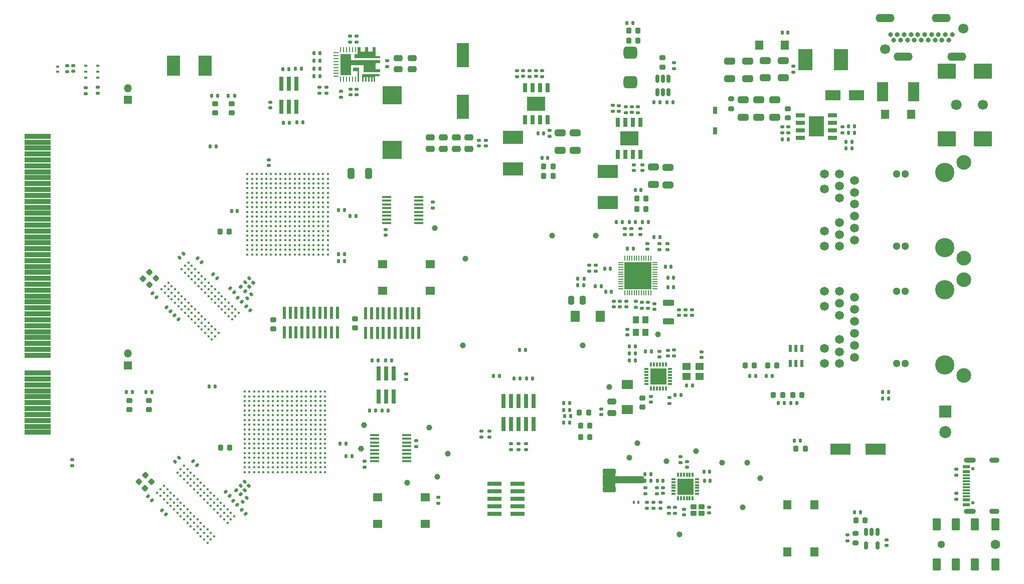
<source format=gbr>
%TF.GenerationSoftware,KiCad,Pcbnew,8.0.8*%
%TF.CreationDate,2025-02-03T01:07:07+01:00*%
%TF.ProjectId,RASBB,52415342-422e-46b6-9963-61645f706362,01*%
%TF.SameCoordinates,Original*%
%TF.FileFunction,Soldermask,Top*%
%TF.FilePolarity,Negative*%
%FSLAX46Y46*%
G04 Gerber Fmt 4.6, Leading zero omitted, Abs format (unit mm)*
G04 Created by KiCad (PCBNEW 8.0.8) date 2025-02-03 01:07:07*
%MOMM*%
%LPD*%
G01*
G04 APERTURE LIST*
G04 Aperture macros list*
%AMRoundRect*
0 Rectangle with rounded corners*
0 $1 Rounding radius*
0 $2 $3 $4 $5 $6 $7 $8 $9 X,Y pos of 4 corners*
0 Add a 4 corners polygon primitive as box body*
4,1,4,$2,$3,$4,$5,$6,$7,$8,$9,$2,$3,0*
0 Add four circle primitives for the rounded corners*
1,1,$1+$1,$2,$3*
1,1,$1+$1,$4,$5*
1,1,$1+$1,$6,$7*
1,1,$1+$1,$8,$9*
0 Add four rect primitives between the rounded corners*
20,1,$1+$1,$2,$3,$4,$5,0*
20,1,$1+$1,$4,$5,$6,$7,0*
20,1,$1+$1,$6,$7,$8,$9,0*
20,1,$1+$1,$8,$9,$2,$3,0*%
%AMFreePoly0*
4,1,17,0.922187,-3.271517,0.249087,-3.271517,0.249087,-2.755897,-0.909153,-2.755897,-0.909153,-2.247897,-0.187793,-2.247897,-0.187793,-1.503677,-0.909153,-1.503677,-0.909153,-0.995677,-0.187793,-0.995677,-0.187793,-0.253997,-0.909153,-0.253997,-0.909153,0.254003,0.617387,0.254003,0.617387,1.010923,0.922187,1.010923,0.922187,-3.271517,0.922187,-3.271517,$1*%
%AMFreePoly1*
4,1,7,1.009154,-0.126998,-0.784086,-0.126998,-0.784086,-0.939798,-1.393686,-0.939798,-1.393686,0.127002,1.009154,0.127002,1.009154,-0.126998,1.009154,-0.126998,$1*%
%AMFreePoly2*
4,1,24,-0.548640,0.127000,-0.406400,0.127000,0.406400,0.127000,0.406400,-0.127000,-0.299720,-0.127000,-0.299720,-0.373380,0.406400,-0.373380,0.406400,-0.627380,-0.299720,-0.627380,-0.299720,-0.873760,0.406400,-0.873760,0.406400,-1.127760,-0.299720,-1.127760,-0.299720,-1.374140,0.406400,-1.374140,0.406400,-1.628140,-0.299720,-1.628140,-0.299720,-1.871980,0.406400,-1.871980,0.406400,-2.125980,
-0.853440,-2.125980,-0.853440,0.886460,-0.548640,0.886460,-0.548640,0.127000,-0.548640,0.127000,$1*%
%AMFreePoly3*
4,1,15,-1.240280,0.393900,3.641600,0.393900,3.641600,-0.114100,2.884680,-0.114100,2.884680,-1.076760,3.641600,-1.076760,3.641600,-1.584760,0.839980,-1.584760,0.839980,-0.436680,-1.240280,-0.436680,-1.240280,-2.082600,-3.018280,-2.082600,-3.018280,1.422600,-1.240280,1.422600,-1.240280,0.393900,-1.240280,0.393900,$1*%
G04 Aperture macros list end*
%ADD10RoundRect,0.135000X-0.135000X-0.185000X0.135000X-0.185000X0.135000X0.185000X-0.135000X0.185000X0*%
%ADD11RoundRect,0.140000X-0.170000X0.140000X-0.170000X-0.140000X0.170000X-0.140000X0.170000X0.140000X0*%
%ADD12R,1.350000X1.350000*%
%ADD13O,1.350000X1.350000*%
%ADD14R,1.540600X1.853400*%
%ADD15RoundRect,0.140000X0.170000X-0.140000X0.170000X0.140000X-0.170000X0.140000X-0.170000X-0.140000X0*%
%ADD16RoundRect,0.140000X-0.140000X-0.170000X0.140000X-0.170000X0.140000X0.170000X-0.140000X0.170000X0*%
%ADD17RoundRect,0.140000X0.140000X0.170000X-0.140000X0.170000X-0.140000X-0.170000X0.140000X-0.170000X0*%
%ADD18RoundRect,0.135000X0.135000X0.185000X-0.135000X0.185000X-0.135000X-0.185000X0.135000X-0.185000X0*%
%ADD19R,3.429000X2.235200*%
%ADD20RoundRect,0.140000X0.219203X0.021213X0.021213X0.219203X-0.219203X-0.021213X-0.021213X-0.219203X0*%
%ADD21RoundRect,0.218750X0.218750X0.256250X-0.218750X0.256250X-0.218750X-0.256250X0.218750X-0.256250X0*%
%ADD22RoundRect,0.140000X0.021213X-0.219203X0.219203X-0.021213X-0.021213X0.219203X-0.219203X0.021213X0*%
%ADD23RoundRect,0.135000X-0.185000X0.135000X-0.185000X-0.135000X0.185000X-0.135000X0.185000X0.135000X0*%
%ADD24R,2.025000X2.025000*%
%ADD25C,2.025000*%
%ADD26R,3.200000X3.050000*%
%ADD27RoundRect,0.135000X0.185000X-0.135000X0.185000X0.135000X-0.185000X0.135000X-0.185000X-0.135000X0*%
%ADD28RoundRect,0.250000X0.650000X-0.325000X0.650000X0.325000X-0.650000X0.325000X-0.650000X-0.325000X0*%
%ADD29RoundRect,0.250000X0.275000X0.250000X-0.275000X0.250000X-0.275000X-0.250000X0.275000X-0.250000X0*%
%ADD30RoundRect,0.250000X0.850000X0.275000X-0.850000X0.275000X-0.850000X-0.275000X0.850000X-0.275000X0*%
%ADD31RoundRect,0.225000X0.225000X0.250000X-0.225000X0.250000X-0.225000X-0.250000X0.225000X-0.250000X0*%
%ADD32RoundRect,0.225000X-0.250000X0.225000X-0.250000X-0.225000X0.250000X-0.225000X0.250000X0.225000X0*%
%ADD33C,1.000000*%
%ADD34RoundRect,0.140000X-0.219203X-0.021213X-0.021213X-0.219203X0.219203X0.021213X0.021213X0.219203X0*%
%ADD35RoundRect,0.218750X0.256250X-0.218750X0.256250X0.218750X-0.256250X0.218750X-0.256250X-0.218750X0*%
%ADD36RoundRect,0.250000X-0.475000X0.250000X-0.475000X-0.250000X0.475000X-0.250000X0.475000X0.250000X0*%
%ADD37R,2.400000X0.740000*%
%ADD38R,0.740000X2.400000*%
%ADD39R,1.400000X1.200000*%
%ADD40RoundRect,0.225000X0.250000X-0.225000X0.250000X0.225000X-0.250000X0.225000X-0.250000X-0.225000X0*%
%ADD41R,0.500000X2.000000*%
%ADD42RoundRect,0.140000X-0.021213X0.219203X-0.219203X0.021213X0.021213X-0.219203X0.219203X-0.021213X0*%
%ADD43C,0.410000*%
%ADD44C,1.700000*%
%ADD45C,1.800000*%
%ADD46RoundRect,0.102000X1.400000X1.200000X-1.400000X1.200000X-1.400000X-1.200000X1.400000X-1.200000X0*%
%ADD47R,0.550000X0.400000*%
%ADD48RoundRect,0.150000X0.150000X-0.512500X0.150000X0.512500X-0.150000X0.512500X-0.150000X-0.512500X0*%
%ADD49RoundRect,0.250000X0.475000X-0.250000X0.475000X0.250000X-0.475000X0.250000X-0.475000X-0.250000X0*%
%ADD50RoundRect,0.225000X0.017678X-0.335876X0.335876X-0.017678X-0.017678X0.335876X-0.335876X0.017678X0*%
%ADD51R,1.853400X1.540600*%
%ADD52C,0.426000*%
%ADD53C,3.250000*%
%ADD54C,1.509000*%
%ADD55C,1.300000*%
%ADD56C,2.475000*%
%ADD57RoundRect,0.225000X-0.225000X-0.250000X0.225000X-0.250000X0.225000X0.250000X-0.225000X0.250000X0*%
%ADD58R,1.522000X0.700000*%
%ADD59R,2.500000X3.500000*%
%ADD60R,1.600000X1.400000*%
%ADD61RoundRect,0.250000X-0.250000X-0.475000X0.250000X-0.475000X0.250000X0.475000X-0.250000X0.475000X0*%
%ADD62RoundRect,0.135000X0.226274X0.035355X0.035355X0.226274X-0.226274X-0.035355X-0.035355X-0.226274X0*%
%ADD63RoundRect,0.250000X-0.650000X0.325000X-0.650000X-0.325000X0.650000X-0.325000X0.650000X0.325000X0*%
%ADD64R,0.650000X1.525000*%
%ADD65R,3.100000X2.400000*%
%ADD66R,0.800000X0.300000*%
%ADD67R,0.300000X0.800000*%
%ADD68R,2.700000X2.700000*%
%ADD69R,0.400000X0.500000*%
%ADD70R,3.350000X1.850000*%
%ADD71RoundRect,0.050000X0.890000X1.575000X-0.890000X1.575000X-0.890000X-1.575000X0.890000X-1.575000X0*%
%ADD72R,2.000000X4.100000*%
%ADD73RoundRect,0.147500X0.147500X0.172500X-0.147500X0.172500X-0.147500X-0.172500X0.147500X-0.172500X0*%
%ADD74RoundRect,0.225000X0.275000X0.225000X-0.275000X0.225000X-0.275000X-0.225000X0.275000X-0.225000X0*%
%ADD75RoundRect,0.135000X0.035355X-0.226274X0.226274X-0.035355X-0.035355X0.226274X-0.226274X0.035355X0*%
%ADD76R,1.528000X0.435000*%
%ADD77R,2.500000X1.700000*%
%ADD78R,1.400000X1.600000*%
%ADD79FreePoly0,270.000000*%
%ADD80R,0.254000X0.812800*%
%ADD81R,0.812800X0.254000*%
%ADD82FreePoly1,270.000000*%
%ADD83FreePoly2,270.000000*%
%ADD84FreePoly3,0.000000*%
%ADD85RoundRect,0.525000X0.625000X-0.525000X0.625000X0.525000X-0.625000X0.525000X-0.625000X-0.525000X0*%
%ADD86R,2.235200X3.429000*%
%ADD87RoundRect,0.150000X-0.150000X0.512500X-0.150000X-0.512500X0.150000X-0.512500X0.150000X0.512500X0*%
%ADD88R,0.500000X0.400000*%
%ADD89RoundRect,0.200000X0.275000X-0.200000X0.275000X0.200000X-0.275000X0.200000X-0.275000X-0.200000X0*%
%ADD90RoundRect,0.250000X-0.325000X-0.650000X0.325000X-0.650000X0.325000X0.650000X-0.325000X0.650000X0*%
%ADD91C,0.600000*%
%ADD92R,1.160000X0.600000*%
%ADD93R,1.160000X0.300000*%
%ADD94O,2.000000X0.900000*%
%ADD95O,1.700000X0.900000*%
%ADD96R,1.100000X1.300000*%
%ADD97R,0.812800X0.203200*%
%ADD98R,0.203200X0.812800*%
%ADD99R,4.648200X4.648200*%
%ADD100R,0.800000X1.150000*%
%ADD101R,0.600000X1.150000*%
%ADD102R,1.450000X1.490000*%
%ADD103RoundRect,0.250000X0.700000X-0.275000X0.700000X0.275000X-0.700000X0.275000X-0.700000X-0.275000X0*%
%ADD104RoundRect,0.200000X-0.275000X0.200000X-0.275000X-0.200000X0.275000X-0.200000X0.275000X0.200000X0*%
%ADD105C,1.600000*%
%ADD106RoundRect,0.102000X0.550000X0.875000X-0.550000X0.875000X-0.550000X-0.875000X0.550000X-0.875000X0*%
%ADD107RoundRect,0.050000X1.175000X1.750000X-1.175000X1.750000X-1.175000X-1.750000X1.175000X-1.750000X0*%
%ADD108C,0.800000*%
%ADD109O,3.200000X1.400000*%
%ADD110RoundRect,0.102000X2.100000X-0.350000X2.100000X0.350000X-2.100000X0.350000X-2.100000X-0.350000X0*%
G04 APERTURE END LIST*
%TO.C,J11*%
G36*
X203875000Y-115780000D02*
G01*
X201785000Y-115780000D01*
X201785000Y-113900000D01*
X203875000Y-113900000D01*
X203875000Y-115780000D01*
G37*
%TD*%
D10*
%TO.C,R110*%
X195190000Y-102950000D03*
X196210000Y-102950000D03*
%TD*%
D11*
%TO.C,C41*%
X190465000Y-45640192D03*
X190465000Y-46600192D03*
%TD*%
D12*
%TO.C,J18*%
X121550000Y-95410000D03*
D13*
X121550000Y-93410000D03*
%TD*%
D14*
%TO.C,L8*%
X201324200Y-87080000D03*
X197065800Y-87080000D03*
%TD*%
D15*
%TO.C,C65*%
X215710000Y-86955000D03*
X215710000Y-85995000D03*
%TD*%
D11*
%TO.C,C55*%
X180875000Y-57370000D03*
X180875000Y-58330000D03*
%TD*%
D16*
%TO.C,C35*%
X190800000Y-56200000D03*
X191760000Y-56200000D03*
%TD*%
D10*
%TO.C,R167*%
X135290000Y-99000000D03*
X136310000Y-99000000D03*
%TD*%
D17*
%TO.C,C363*%
X206900000Y-75660000D03*
X205940000Y-75660000D03*
%TD*%
D11*
%TO.C,C151*%
X212950000Y-119400000D03*
X212950000Y-120360000D03*
%TD*%
%TO.C,C149*%
X215450000Y-119720000D03*
X215450000Y-120680000D03*
%TD*%
D16*
%TO.C,C361*%
X212770000Y-80580000D03*
X213730000Y-80580000D03*
%TD*%
D18*
%TO.C,R154*%
X148780000Y-45350000D03*
X147760000Y-45350000D03*
%TD*%
D19*
%TO.C,L6*%
X202600000Y-67934300D03*
X202600000Y-62625700D03*
%TD*%
D20*
%TO.C,C105*%
X128048128Y-120569753D03*
X127369306Y-119890931D03*
%TD*%
D11*
%TO.C,C145*%
X219725000Y-119345000D03*
X219725000Y-120305000D03*
%TD*%
D21*
%TO.C,D8*%
X199575000Y-105600000D03*
X198000000Y-105600000D03*
%TD*%
D10*
%TO.C,R56*%
X124640000Y-99925000D03*
X125660000Y-99925000D03*
%TD*%
D22*
%TO.C,C84*%
X141360589Y-81389411D03*
X142039411Y-80710589D03*
%TD*%
D23*
%TO.C,R41*%
X187275000Y-45590192D03*
X187275000Y-46610192D03*
%TD*%
D16*
%TO.C,C357*%
X212730000Y-82220000D03*
X213690000Y-82220000D03*
%TD*%
D24*
%TO.C,J9*%
X259580000Y-103160000D03*
D25*
X259580000Y-106660000D03*
%TD*%
D26*
%TO.C,L3*%
X166200000Y-49800000D03*
X166200000Y-59000000D03*
%TD*%
D20*
%TO.C,C103*%
X133298128Y-112269753D03*
X132619306Y-111590931D03*
%TD*%
D11*
%TO.C,C150*%
X213970000Y-119400000D03*
X213970000Y-120360000D03*
%TD*%
D16*
%TO.C,C159*%
X206850000Y-114840000D03*
X207810000Y-114840000D03*
%TD*%
D27*
%TO.C,R44*%
X160200000Y-40810000D03*
X160200000Y-39790000D03*
%TD*%
D28*
%TO.C,C5*%
X228101250Y-53505000D03*
X228101250Y-50555000D03*
%TD*%
D29*
%TO.C,J11*%
X204410000Y-114840000D03*
D30*
X202885000Y-116315000D03*
X202885000Y-113365000D03*
%TD*%
D31*
%TO.C,C45*%
X207675000Y-38890000D03*
X206125000Y-38890000D03*
%TD*%
%TO.C,C54*%
X193350000Y-63430000D03*
X191800000Y-63430000D03*
%TD*%
D27*
%TO.C,R30*%
X242210000Y-56120000D03*
X242210000Y-55100000D03*
%TD*%
D15*
%TO.C,C146*%
X209170000Y-119510000D03*
X209170000Y-118550000D03*
%TD*%
D16*
%TO.C,C8*%
X243270000Y-55040000D03*
X244230000Y-55040000D03*
%TD*%
D32*
%TO.C,C175*%
X208490000Y-100915000D03*
X208490000Y-102465000D03*
%TD*%
D11*
%TO.C,C30*%
X188285000Y-45640192D03*
X188285000Y-46600192D03*
%TD*%
D10*
%TO.C,R71*%
X249025000Y-99870000D03*
X250045000Y-99870000D03*
%TD*%
%TO.C,R5*%
X135755000Y-49900000D03*
X136775000Y-49900000D03*
%TD*%
D19*
%TO.C,L5*%
X186600000Y-62200000D03*
X186600000Y-56891400D03*
%TD*%
D33*
%TO.C,TP3*%
X202850000Y-99050000D03*
%TD*%
D34*
%TO.C,C88*%
X125710589Y-83210589D03*
X126389411Y-83889411D03*
%TD*%
D31*
%TO.C,C57*%
X193350000Y-61800000D03*
X191800000Y-61800000D03*
%TD*%
D35*
%TO.C,D16*%
X121865000Y-102882500D03*
X121865000Y-101307500D03*
%TD*%
D36*
%TO.C,C354*%
X169590000Y-43500000D03*
X169590000Y-45400000D03*
%TD*%
D37*
%TO.C,J8*%
X183500000Y-115410000D03*
X187400000Y-115410000D03*
X183500000Y-116680000D03*
X187400000Y-116680000D03*
X183500000Y-117950000D03*
X187400000Y-117950000D03*
X183500000Y-119220000D03*
X187400000Y-119220000D03*
X183500000Y-120490000D03*
X187400000Y-120490000D03*
%TD*%
D38*
%TO.C,J13*%
X150070000Y-47850000D03*
X150070000Y-51750000D03*
X148800000Y-47850000D03*
X148800000Y-51750000D03*
X147530000Y-47850000D03*
X147530000Y-51750000D03*
%TD*%
D18*
%TO.C,R46*%
X213640000Y-50947500D03*
X212620000Y-50947500D03*
%TD*%
D34*
%TO.C,C94*%
X140110589Y-83960589D03*
X140789411Y-84639411D03*
%TD*%
D39*
%TO.C,Y3*%
X218100000Y-95580000D03*
X215900000Y-95580000D03*
X215900000Y-97280000D03*
X218100000Y-97280000D03*
%TD*%
D40*
%TO.C,C125*%
X146140000Y-89215000D03*
X146140000Y-87665000D03*
%TD*%
D34*
%TO.C,C116*%
X140819306Y-119790931D03*
X141498128Y-120469753D03*
%TD*%
D41*
%TO.C,J5*%
X147980000Y-89820000D03*
X147980000Y-86520000D03*
X148980000Y-89820000D03*
X148980000Y-86520000D03*
X149980000Y-89820000D03*
X149980000Y-86520000D03*
X150980000Y-89820000D03*
X150980000Y-86520000D03*
X151980000Y-89820000D03*
X151980000Y-86520000D03*
X152980000Y-89820000D03*
X152980000Y-86520000D03*
X153980000Y-89820000D03*
X153980000Y-86520000D03*
X154980000Y-89820000D03*
X154980000Y-86520000D03*
X155980000Y-89820000D03*
X155980000Y-86520000D03*
X156980000Y-89820000D03*
X156980000Y-86520000D03*
%TD*%
D33*
%TO.C,TP13*%
X225400000Y-119350000D03*
%TD*%
D31*
%TO.C,C179*%
X232125000Y-100400000D03*
X230575000Y-100400000D03*
%TD*%
D15*
%TO.C,C71*%
X205900000Y-90280000D03*
X205900000Y-89320000D03*
%TD*%
D42*
%TO.C,C95*%
X142389411Y-83410589D03*
X141710589Y-84089411D03*
%TD*%
D23*
%TO.C,R28*%
X232072777Y-55130000D03*
X232072777Y-56150000D03*
%TD*%
D10*
%TO.C,R58*%
X208460000Y-71220000D03*
X209480000Y-71220000D03*
%TD*%
D11*
%TO.C,C204*%
X145600000Y-50940000D03*
X145600000Y-51900000D03*
%TD*%
D16*
%TO.C,C51*%
X207250000Y-65810000D03*
X208210000Y-65810000D03*
%TD*%
D23*
%TO.C,R118*%
X116510000Y-48430000D03*
X116510000Y-49450000D03*
%TD*%
D10*
%TO.C,R153*%
X150080000Y-54360000D03*
X151100000Y-54360000D03*
%TD*%
D43*
%TO.C,U10*%
X141750000Y-63080000D03*
X142550000Y-63080000D03*
X143350000Y-63080000D03*
X144150000Y-63080000D03*
X144950000Y-63080000D03*
X145750000Y-63080000D03*
X146550000Y-63080000D03*
X147350000Y-63080000D03*
X148150000Y-63080000D03*
X148950000Y-63080000D03*
X149750000Y-63080000D03*
X150550000Y-63080000D03*
X151350000Y-63080000D03*
X152150000Y-63080000D03*
X152950000Y-63080000D03*
X153750000Y-63080000D03*
X154550000Y-63080000D03*
X155350000Y-63080000D03*
X141750000Y-63880000D03*
X142550000Y-63880000D03*
X143350000Y-63880000D03*
X144150000Y-63880000D03*
X144950000Y-63880000D03*
X145750000Y-63880000D03*
X146550000Y-63880000D03*
X147350000Y-63880000D03*
X148150000Y-63880000D03*
X148950000Y-63880000D03*
X149750000Y-63880000D03*
X150550000Y-63880000D03*
X151350000Y-63880000D03*
X152150000Y-63880000D03*
X152950000Y-63880000D03*
X153750000Y-63880000D03*
X154550000Y-63880000D03*
X155350000Y-63880000D03*
X141750000Y-64680000D03*
X142550000Y-64680000D03*
X143350000Y-64680000D03*
X144150000Y-64680000D03*
X144950000Y-64680000D03*
X145750000Y-64680000D03*
X146550000Y-64680000D03*
X147350000Y-64680000D03*
X148150000Y-64680000D03*
X148950000Y-64680000D03*
X149750000Y-64680000D03*
X150550000Y-64680000D03*
X151350000Y-64680000D03*
X152150000Y-64680000D03*
X152950000Y-64680000D03*
X153750000Y-64680000D03*
X154550000Y-64680000D03*
X155350000Y-64680000D03*
X141750000Y-65480000D03*
X142550000Y-65480000D03*
X143350000Y-65480000D03*
X144150000Y-65480000D03*
X144950000Y-65480000D03*
X145750000Y-65480000D03*
X146550000Y-65480000D03*
X147350000Y-65480000D03*
X148150000Y-65480000D03*
X148950000Y-65480000D03*
X149750000Y-65480000D03*
X150550000Y-65480000D03*
X151350000Y-65480000D03*
X152150000Y-65480000D03*
X152950000Y-65480000D03*
X153750000Y-65480000D03*
X154550000Y-65480000D03*
X155350000Y-65480000D03*
X141750000Y-66280000D03*
X142550000Y-66280000D03*
X143350000Y-66280000D03*
X144150000Y-66280000D03*
X144950000Y-66280000D03*
X145750000Y-66280000D03*
X146550000Y-66280000D03*
X147350000Y-66280000D03*
X148150000Y-66280000D03*
X148950000Y-66280000D03*
X149750000Y-66280000D03*
X150550000Y-66280000D03*
X151350000Y-66280000D03*
X152150000Y-66280000D03*
X152950000Y-66280000D03*
X153750000Y-66280000D03*
X154550000Y-66280000D03*
X155350000Y-66280000D03*
X141750000Y-67080000D03*
X142550000Y-67080000D03*
X143350000Y-67080000D03*
X144150000Y-67080000D03*
X144950000Y-67080000D03*
X145750000Y-67080000D03*
X146550000Y-67080000D03*
X147350000Y-67080000D03*
X148150000Y-67080000D03*
X148950000Y-67080000D03*
X149750000Y-67080000D03*
X150550000Y-67080000D03*
X151350000Y-67080000D03*
X152150000Y-67080000D03*
X152950000Y-67080000D03*
X153750000Y-67080000D03*
X154550000Y-67080000D03*
X155350000Y-67080000D03*
X141750000Y-67880000D03*
X142550000Y-67880000D03*
X143350000Y-67880000D03*
X144150000Y-67880000D03*
X144950000Y-67880000D03*
X145750000Y-67880000D03*
X146550000Y-67880000D03*
X147350000Y-67880000D03*
X148150000Y-67880000D03*
X148950000Y-67880000D03*
X149750000Y-67880000D03*
X150550000Y-67880000D03*
X151350000Y-67880000D03*
X152150000Y-67880000D03*
X152950000Y-67880000D03*
X153750000Y-67880000D03*
X154550000Y-67880000D03*
X155350000Y-67880000D03*
X141750000Y-68680000D03*
X142550000Y-68680000D03*
X143350000Y-68680000D03*
X144150000Y-68680000D03*
X144950000Y-68680000D03*
X145750000Y-68680000D03*
X146550000Y-68680000D03*
X147350000Y-68680000D03*
X148150000Y-68680000D03*
X148950000Y-68680000D03*
X149750000Y-68680000D03*
X150550000Y-68680000D03*
X151350000Y-68680000D03*
X152150000Y-68680000D03*
X152950000Y-68680000D03*
X153750000Y-68680000D03*
X154550000Y-68680000D03*
X155350000Y-68680000D03*
X141750000Y-69480000D03*
X142550000Y-69480000D03*
X143350000Y-69480000D03*
X144150000Y-69480000D03*
X144950000Y-69480000D03*
X145750000Y-69480000D03*
X146550000Y-69480000D03*
X147350000Y-69480000D03*
X148150000Y-69480000D03*
X148950000Y-69480000D03*
X149750000Y-69480000D03*
X150550000Y-69480000D03*
X151350000Y-69480000D03*
X152150000Y-69480000D03*
X152950000Y-69480000D03*
X153750000Y-69480000D03*
X154550000Y-69480000D03*
X155350000Y-69480000D03*
X141750000Y-70280000D03*
X142550000Y-70280000D03*
X143350000Y-70280000D03*
X144150000Y-70280000D03*
X144950000Y-70280000D03*
X145750000Y-70280000D03*
X146550000Y-70280000D03*
X147350000Y-70280000D03*
X148150000Y-70280000D03*
X148950000Y-70280000D03*
X149750000Y-70280000D03*
X150550000Y-70280000D03*
X151350000Y-70280000D03*
X152150000Y-70280000D03*
X152950000Y-70280000D03*
X153750000Y-70280000D03*
X154550000Y-70280000D03*
X155350000Y-70280000D03*
X141750000Y-71080000D03*
X142550000Y-71080000D03*
X143350000Y-71080000D03*
X144150000Y-71080000D03*
X144950000Y-71080000D03*
X145750000Y-71080000D03*
X146550000Y-71080000D03*
X147350000Y-71080000D03*
X148150000Y-71080000D03*
X148950000Y-71080000D03*
X149750000Y-71080000D03*
X150550000Y-71080000D03*
X151350000Y-71080000D03*
X152150000Y-71080000D03*
X152950000Y-71080000D03*
X153750000Y-71080000D03*
X154550000Y-71080000D03*
X155350000Y-71080000D03*
X141750000Y-71880000D03*
X142550000Y-71880000D03*
X143350000Y-71880000D03*
X144150000Y-71880000D03*
X144950000Y-71880000D03*
X145750000Y-71880000D03*
X146550000Y-71880000D03*
X147350000Y-71880000D03*
X148150000Y-71880000D03*
X148950000Y-71880000D03*
X149750000Y-71880000D03*
X150550000Y-71880000D03*
X151350000Y-71880000D03*
X152150000Y-71880000D03*
X152950000Y-71880000D03*
X153750000Y-71880000D03*
X154550000Y-71880000D03*
X155350000Y-71880000D03*
X141750000Y-72680000D03*
X142550000Y-72680000D03*
X143350000Y-72680000D03*
X144150000Y-72680000D03*
X144950000Y-72680000D03*
X145750000Y-72680000D03*
X146550000Y-72680000D03*
X147350000Y-72680000D03*
X148150000Y-72680000D03*
X148950000Y-72680000D03*
X149750000Y-72680000D03*
X150550000Y-72680000D03*
X151350000Y-72680000D03*
X152150000Y-72680000D03*
X152950000Y-72680000D03*
X153750000Y-72680000D03*
X154550000Y-72680000D03*
X155350000Y-72680000D03*
X141750000Y-73480000D03*
X142550000Y-73480000D03*
X143350000Y-73480000D03*
X144150000Y-73480000D03*
X144950000Y-73480000D03*
X145750000Y-73480000D03*
X146550000Y-73480000D03*
X147350000Y-73480000D03*
X148150000Y-73480000D03*
X148950000Y-73480000D03*
X149750000Y-73480000D03*
X150550000Y-73480000D03*
X151350000Y-73480000D03*
X152150000Y-73480000D03*
X152950000Y-73480000D03*
X153750000Y-73480000D03*
X154550000Y-73480000D03*
X155350000Y-73480000D03*
X141750000Y-74280000D03*
X142550000Y-74280000D03*
X143350000Y-74280000D03*
X144150000Y-74280000D03*
X144950000Y-74280000D03*
X145750000Y-74280000D03*
X146550000Y-74280000D03*
X147350000Y-74280000D03*
X148150000Y-74280000D03*
X148950000Y-74280000D03*
X149750000Y-74280000D03*
X150550000Y-74280000D03*
X151350000Y-74280000D03*
X152150000Y-74280000D03*
X152950000Y-74280000D03*
X153750000Y-74280000D03*
X154550000Y-74280000D03*
X155350000Y-74280000D03*
X141750000Y-75080000D03*
X142550000Y-75080000D03*
X143350000Y-75080000D03*
X144150000Y-75080000D03*
X144950000Y-75080000D03*
X145750000Y-75080000D03*
X146550000Y-75080000D03*
X147350000Y-75080000D03*
X148150000Y-75080000D03*
X148950000Y-75080000D03*
X149750000Y-75080000D03*
X150550000Y-75080000D03*
X151350000Y-75080000D03*
X152150000Y-75080000D03*
X152950000Y-75080000D03*
X153750000Y-75080000D03*
X154550000Y-75080000D03*
X155350000Y-75080000D03*
X141750000Y-75880000D03*
X142550000Y-75880000D03*
X143350000Y-75880000D03*
X144150000Y-75880000D03*
X144950000Y-75880000D03*
X145750000Y-75880000D03*
X146550000Y-75880000D03*
X147350000Y-75880000D03*
X148150000Y-75880000D03*
X148950000Y-75880000D03*
X149750000Y-75880000D03*
X150550000Y-75880000D03*
X151350000Y-75880000D03*
X152150000Y-75880000D03*
X152950000Y-75880000D03*
X153750000Y-75880000D03*
X154550000Y-75880000D03*
X155350000Y-75880000D03*
X141750000Y-76680000D03*
X142550000Y-76680000D03*
X143350000Y-76680000D03*
X144150000Y-76680000D03*
X144950000Y-76680000D03*
X145750000Y-76680000D03*
X146550000Y-76680000D03*
X147350000Y-76680000D03*
X148150000Y-76680000D03*
X148950000Y-76680000D03*
X149750000Y-76680000D03*
X150550000Y-76680000D03*
X151350000Y-76680000D03*
X152150000Y-76680000D03*
X152950000Y-76680000D03*
X153750000Y-76680000D03*
X154550000Y-76680000D03*
X155350000Y-76680000D03*
%TD*%
D23*
%TO.C,R111*%
X181230000Y-106490000D03*
X181230000Y-107510000D03*
%TD*%
D15*
%TO.C,C147*%
X210330000Y-119510000D03*
X210330000Y-118550000D03*
%TD*%
D33*
%TO.C,TP7*%
X212550000Y-111550000D03*
%TD*%
D44*
%TO.C,J1*%
X265945000Y-51410000D03*
D45*
X261445000Y-51410000D03*
D46*
X259845000Y-57110000D03*
X265945000Y-57110000D03*
X265945000Y-45710000D03*
X259845000Y-45710000D03*
%TD*%
D27*
%TO.C,R29*%
X233119721Y-56150000D03*
X233119721Y-55130000D03*
%TD*%
D11*
%TO.C,C352*%
X209375000Y-84770000D03*
X209375000Y-85730000D03*
%TD*%
D23*
%TO.C,R77*%
X199495000Y-78495000D03*
X199495000Y-79515000D03*
%TD*%
D38*
%TO.C,J10*%
X185020000Y-105310000D03*
X185020000Y-101410000D03*
X186290000Y-105310000D03*
X186290000Y-101410000D03*
X187560000Y-105310000D03*
X187560000Y-101410000D03*
X188830000Y-105310000D03*
X188830000Y-101410000D03*
X190100000Y-105310000D03*
X190100000Y-101410000D03*
%TD*%
D34*
%TO.C,C111*%
X124969306Y-117540931D03*
X125648128Y-118219753D03*
%TD*%
D33*
%TO.C,TP16*%
X161500000Y-105500000D03*
%TD*%
D23*
%TO.C,R65*%
X206585000Y-72300000D03*
X206585000Y-73320000D03*
%TD*%
D10*
%TO.C,R1*%
X159060000Y-70170000D03*
X160080000Y-70170000D03*
%TD*%
D31*
%TO.C,C166*%
X246050000Y-121550000D03*
X244500000Y-121550000D03*
%TD*%
D47*
%TO.C,U7*%
X114500000Y-44800000D03*
X114500000Y-45800000D03*
X114500000Y-46800000D03*
X116500000Y-46800000D03*
X116500000Y-45800000D03*
X116500000Y-44800000D03*
%TD*%
D23*
%TO.C,R52*%
X207700000Y-51690000D03*
X207700000Y-52710000D03*
%TD*%
D10*
%TO.C,R39*%
X153000000Y-45260000D03*
X154020000Y-45260000D03*
%TD*%
D31*
%TO.C,C56*%
X209075000Y-69000000D03*
X207525000Y-69000000D03*
%TD*%
D11*
%TO.C,C72*%
X210450000Y-84995000D03*
X210450000Y-85955000D03*
%TD*%
D35*
%TO.C,D13*%
X136275000Y-52775000D03*
X136275000Y-51199998D03*
%TD*%
D10*
%TO.C,R69*%
X206210000Y-92200000D03*
X207230000Y-92200000D03*
%TD*%
%TO.C,R152*%
X149830000Y-45320000D03*
X150850000Y-45320000D03*
%TD*%
D15*
%TO.C,C66*%
X213780000Y-93780000D03*
X213780000Y-92820000D03*
%TD*%
D23*
%TO.C,R115*%
X188820000Y-108610000D03*
X188820000Y-109630000D03*
%TD*%
D48*
%TO.C,U4*%
X210960000Y-49297500D03*
X211910000Y-49297500D03*
X212860000Y-49297500D03*
X212860000Y-47022500D03*
X211910000Y-47022500D03*
X210960000Y-47022500D03*
%TD*%
D27*
%TO.C,R51*%
X205690000Y-52710000D03*
X205690000Y-51690000D03*
%TD*%
D18*
%TO.C,R62*%
X205070000Y-71220000D03*
X204050000Y-71220000D03*
%TD*%
D49*
%TO.C,C170*%
X203250000Y-103430000D03*
X203250000Y-101530000D03*
%TD*%
D16*
%TO.C,C244*%
X157160000Y-76620000D03*
X158120000Y-76620000D03*
%TD*%
D17*
%TO.C,C157*%
X209860000Y-113760000D03*
X208900000Y-113760000D03*
%TD*%
D21*
%TO.C,D9*%
X199387501Y-103400000D03*
X197812499Y-103400000D03*
%TD*%
D18*
%TO.C,R45*%
X211420000Y-50957500D03*
X210400000Y-50957500D03*
%TD*%
D15*
%TO.C,C173*%
X211370000Y-94000000D03*
X211370000Y-93040000D03*
%TD*%
D33*
%TO.C,TP14*%
X214750000Y-123950000D03*
%TD*%
D10*
%TO.C,R38*%
X153000000Y-46550000D03*
X154020000Y-46550000D03*
%TD*%
D50*
%TO.C,C121*%
X124460709Y-116128350D03*
X125556725Y-115032334D03*
%TD*%
D18*
%TO.C,R6*%
X159410000Y-110700000D03*
X158390000Y-110700000D03*
%TD*%
D17*
%TO.C,C265*%
X140070000Y-69360000D03*
X139110000Y-69360000D03*
%TD*%
D23*
%TO.C,R107*%
X200550000Y-78490001D03*
X200550000Y-79509999D03*
%TD*%
D11*
%TO.C,C364*%
X204660000Y-84550000D03*
X204660000Y-85510000D03*
%TD*%
%TO.C,C19*%
X157600000Y-49120000D03*
X157600000Y-50080000D03*
%TD*%
D23*
%TO.C,R112*%
X182660000Y-106480000D03*
X182660000Y-107500000D03*
%TD*%
%TO.C,R116*%
X186280000Y-108610000D03*
X186280000Y-109630000D03*
%TD*%
D20*
%TO.C,C80*%
X134039411Y-77939411D03*
X133360589Y-77260589D03*
%TD*%
D27*
%TO.C,R8*%
X170300000Y-109090000D03*
X170300000Y-108070000D03*
%TD*%
D49*
%TO.C,C46*%
X177000000Y-58800000D03*
X177000000Y-56900000D03*
%TD*%
D11*
%TO.C,C158*%
X208920000Y-116090000D03*
X208920000Y-117050000D03*
%TD*%
D33*
%TO.C,TP23*%
X211075000Y-90150000D03*
%TD*%
D23*
%TO.C,R42*%
X213800000Y-44290000D03*
X213800000Y-45310000D03*
%TD*%
D10*
%TO.C,R142*%
X233490000Y-101800000D03*
X234510000Y-101800000D03*
%TD*%
D11*
%TO.C,C58*%
X165140000Y-72470000D03*
X165140000Y-73430000D03*
%TD*%
D10*
%TO.C,R74*%
X197540000Y-81830000D03*
X198560000Y-81830000D03*
%TD*%
D51*
%TO.C,L11*%
X205920000Y-98592101D03*
X205920000Y-102850501D03*
%TD*%
D52*
%TO.C,IC10*%
X126532330Y-116894291D03*
X127098015Y-116328606D03*
X127663700Y-115762920D03*
X129926442Y-113500178D03*
X130492128Y-112934493D03*
X131057813Y-112368808D03*
X127098015Y-117459976D03*
X127663700Y-116894291D03*
X128229386Y-116328606D03*
X130492128Y-114065864D03*
X131057813Y-113500178D03*
X131623498Y-112934493D03*
X127663700Y-118025662D03*
X128229386Y-117459976D03*
X128795071Y-116894291D03*
X131057813Y-114631549D03*
X131623498Y-114065864D03*
X132189184Y-113500178D03*
X128229386Y-118591347D03*
X128795071Y-118025662D03*
X129360757Y-117459976D03*
X131623498Y-115197235D03*
X132189184Y-114631549D03*
X132754869Y-114065864D03*
X128795071Y-119157033D03*
X129360757Y-118591347D03*
X129926442Y-118025662D03*
X132189184Y-115762920D03*
X132754869Y-115197235D03*
X133320555Y-114631549D03*
X129360757Y-119722718D03*
X129926442Y-119157033D03*
X130492128Y-118591347D03*
X132754869Y-116328606D03*
X133320555Y-115762920D03*
X133886240Y-115197235D03*
X129926442Y-120288404D03*
X130492128Y-119722718D03*
X131057813Y-119157033D03*
X133320555Y-116894291D03*
X133886240Y-116328606D03*
X134451926Y-115762920D03*
X130492128Y-120854089D03*
X131057813Y-120288404D03*
X131623498Y-119722718D03*
X133886240Y-117459976D03*
X134451926Y-116894291D03*
X135017611Y-116328606D03*
X131057813Y-121419774D03*
X131623498Y-120854089D03*
X132189184Y-120288404D03*
X134451926Y-118025662D03*
X135017611Y-117459976D03*
X135583296Y-116894291D03*
X131623498Y-121985460D03*
X132189184Y-121419774D03*
X132754869Y-120854089D03*
X135017611Y-118591347D03*
X135583296Y-118025662D03*
X136148982Y-117459976D03*
X132189184Y-122551145D03*
X132754869Y-121985460D03*
X133320555Y-121419774D03*
X135583296Y-119157033D03*
X136148982Y-118591347D03*
X136714667Y-118025662D03*
X132754869Y-123116831D03*
X133320555Y-122551145D03*
X133886240Y-121985460D03*
X136148982Y-119722718D03*
X136714667Y-119157033D03*
X137280353Y-118591347D03*
X133320555Y-123682516D03*
X133886240Y-123116831D03*
X134451926Y-122551145D03*
X136714667Y-120288404D03*
X137280353Y-119722718D03*
X137846038Y-119157033D03*
X133886240Y-124248202D03*
X134451926Y-123682516D03*
X135017611Y-123116831D03*
X137280353Y-120854089D03*
X137846038Y-120288404D03*
X138411724Y-119722718D03*
X134451926Y-124813887D03*
X135017611Y-124248202D03*
X135583296Y-123682516D03*
X137846038Y-121419774D03*
X138411724Y-120854089D03*
X138977409Y-120288404D03*
X135017611Y-125379572D03*
X135583296Y-124813887D03*
X136148982Y-124248202D03*
X138411724Y-121985460D03*
X138977409Y-121419774D03*
X139543094Y-120854089D03*
%TD*%
D10*
%TO.C,R103*%
X121365000Y-99925000D03*
X122385000Y-99925000D03*
%TD*%
D53*
%TO.C,J14*%
X259505000Y-95355000D03*
X259505000Y-82655000D03*
D54*
X244265000Y-83930000D03*
X244265000Y-85960000D03*
X244265000Y-87990001D03*
X244265000Y-90020000D03*
X244265000Y-92050000D03*
X244265000Y-94080000D03*
X241725000Y-82910000D03*
X241725000Y-84930000D03*
X241725000Y-86970000D03*
X241725000Y-91050000D03*
X241725000Y-93090000D03*
X241725000Y-95100000D03*
X239185000Y-82910001D03*
X239185000Y-85450000D03*
X239185000Y-92560000D03*
X239185000Y-95100000D03*
D55*
X251375000Y-82908000D03*
X251375000Y-95102000D03*
X252845000Y-82908000D03*
X252845000Y-95102000D03*
D56*
X262685000Y-97070000D03*
X262685000Y-80940000D03*
%TD*%
D10*
%TO.C,R121*%
X234105000Y-108135000D03*
X235125000Y-108135000D03*
%TD*%
D15*
%TO.C,C38*%
X182032500Y-58330000D03*
X182032500Y-57370000D03*
%TD*%
D20*
%TO.C,C87*%
X136689411Y-80639411D03*
X136010589Y-79960589D03*
%TD*%
D22*
%TO.C,C107*%
X140619306Y-115719753D03*
X141298128Y-115040931D03*
%TD*%
D57*
%TO.C,C178*%
X229625000Y-95400000D03*
X231175000Y-95400000D03*
%TD*%
D18*
%TO.C,R70*%
X207230000Y-93400000D03*
X206210000Y-93400000D03*
%TD*%
D16*
%TO.C,C152*%
X218920000Y-114900000D03*
X219880000Y-114900000D03*
%TD*%
%TO.C,C168*%
X215920000Y-98800000D03*
X216880000Y-98800000D03*
%TD*%
D15*
%TO.C,C154*%
X215960000Y-112630000D03*
X215960000Y-111670000D03*
%TD*%
D17*
%TO.C,C16*%
X233000000Y-39200000D03*
X232040000Y-39200000D03*
%TD*%
D58*
%TO.C,IC1*%
X235086000Y-53135000D03*
X235086000Y-54405000D03*
X235086000Y-55675000D03*
X235086000Y-56945000D03*
X240514000Y-56945000D03*
X240514000Y-55675000D03*
X240514000Y-54405000D03*
X240514000Y-53135000D03*
D59*
X237800000Y-55040000D03*
%TD*%
D18*
%TO.C,R135*%
X210010000Y-93000000D03*
X208990000Y-93000000D03*
%TD*%
D15*
%TO.C,C142*%
X112340000Y-45750000D03*
X112340000Y-44790000D03*
%TD*%
D60*
%TO.C,S2*%
X164600000Y-78300000D03*
X172600000Y-78300000D03*
X164600000Y-82800000D03*
X172600000Y-82800000D03*
%TD*%
D27*
%TO.C,R37*%
X155120000Y-49430000D03*
X155120000Y-48410000D03*
%TD*%
D33*
%TO.C,TP22*%
X173400000Y-72200000D03*
%TD*%
D31*
%TO.C,C177*%
X227325000Y-95400000D03*
X225775000Y-95400000D03*
%TD*%
D10*
%TO.C,R2*%
X157130000Y-69160000D03*
X158150000Y-69160000D03*
%TD*%
D61*
%TO.C,C62*%
X196445001Y-84405000D03*
X198344999Y-84405000D03*
%TD*%
D17*
%TO.C,C359*%
X203225000Y-82970000D03*
X202265000Y-82970000D03*
%TD*%
D27*
%TO.C,R98*%
X261475000Y-113980000D03*
X261475000Y-112960000D03*
%TD*%
D62*
%TO.C,R94*%
X140619341Y-117190966D03*
X139898093Y-116469718D03*
%TD*%
D11*
%TO.C,C156*%
X210890000Y-116090000D03*
X210890000Y-117050000D03*
%TD*%
D10*
%TO.C,R140*%
X229340000Y-97160000D03*
X230360000Y-97160000D03*
%TD*%
D50*
%TO.C,C366*%
X124151992Y-80748008D03*
X125248008Y-79651992D03*
%TD*%
D18*
%TO.C,R104*%
X250045000Y-100980000D03*
X249025000Y-100980000D03*
%TD*%
D63*
%TO.C,C21*%
X194605000Y-56135192D03*
X194605000Y-59085192D03*
%TD*%
D10*
%TO.C,R108*%
X195140000Y-105075000D03*
X196160000Y-105075000D03*
%TD*%
D33*
%TO.C,TP18*%
X175600000Y-110350000D03*
%TD*%
D10*
%TO.C,R33*%
X242840000Y-58730000D03*
X243860000Y-58730000D03*
%TD*%
D33*
%TO.C,TP10*%
X221950000Y-111800000D03*
%TD*%
D18*
%TO.C,R12*%
X196210000Y-101750000D03*
X195190000Y-101750000D03*
%TD*%
D53*
%TO.C,J2*%
X259505000Y-75555500D03*
X259505000Y-62855500D03*
D54*
X244265000Y-64130500D03*
X244265000Y-66160500D03*
X244265000Y-68190500D03*
X244265000Y-70220500D03*
X244265000Y-72250500D03*
X244265000Y-74280500D03*
X241725000Y-63110500D03*
X241725000Y-65130500D03*
X241725000Y-67170500D03*
X241725000Y-71250500D03*
X241725000Y-73290500D03*
X241725000Y-75300500D03*
X239185000Y-63110500D03*
X239185000Y-65650500D03*
X239185000Y-72760500D03*
X239185000Y-75300500D03*
D55*
X251375000Y-63108500D03*
X251375000Y-75302500D03*
X252845000Y-63108500D03*
X252845000Y-75302500D03*
D56*
X262685000Y-77270500D03*
X262685000Y-61140500D03*
%TD*%
D21*
%TO.C,D7*%
X199575000Y-107540000D03*
X198000000Y-107540000D03*
%TD*%
D23*
%TO.C,R3*%
X112150000Y-111290000D03*
X112150000Y-112310000D03*
%TD*%
D52*
%TO.C,IC9*%
X127273613Y-82563949D03*
X127839298Y-81998264D03*
X128404983Y-81432578D03*
X130667725Y-79169836D03*
X131233411Y-78604151D03*
X131799096Y-78038466D03*
X127839298Y-83129634D03*
X128404983Y-82563949D03*
X128970669Y-81998264D03*
X131233411Y-79735522D03*
X131799096Y-79169836D03*
X132364781Y-78604151D03*
X128404983Y-83695320D03*
X128970669Y-83129634D03*
X129536354Y-82563949D03*
X131799096Y-80301207D03*
X132364781Y-79735522D03*
X132930467Y-79169836D03*
X128970669Y-84261005D03*
X129536354Y-83695320D03*
X130102040Y-83129634D03*
X132364781Y-80866893D03*
X132930467Y-80301207D03*
X133496152Y-79735522D03*
X129536354Y-84826691D03*
X130102040Y-84261005D03*
X130667725Y-83695320D03*
X132930467Y-81432578D03*
X133496152Y-80866893D03*
X134061838Y-80301207D03*
X130102040Y-85392376D03*
X130667725Y-84826691D03*
X131233411Y-84261005D03*
X133496152Y-81998264D03*
X134061838Y-81432578D03*
X134627523Y-80866893D03*
X130667725Y-85958062D03*
X131233411Y-85392376D03*
X131799096Y-84826691D03*
X134061838Y-82563949D03*
X134627523Y-81998264D03*
X135193209Y-81432578D03*
X131233411Y-86523747D03*
X131799096Y-85958062D03*
X132364781Y-85392376D03*
X134627523Y-83129634D03*
X135193209Y-82563949D03*
X135758894Y-81998264D03*
X131799096Y-87089432D03*
X132364781Y-86523747D03*
X132930467Y-85958062D03*
X135193209Y-83695320D03*
X135758894Y-83129634D03*
X136324579Y-82563949D03*
X132364781Y-87655118D03*
X132930467Y-87089432D03*
X133496152Y-86523747D03*
X135758894Y-84261005D03*
X136324579Y-83695320D03*
X136890265Y-83129634D03*
X132930467Y-88220803D03*
X133496152Y-87655118D03*
X134061838Y-87089432D03*
X136324579Y-84826691D03*
X136890265Y-84261005D03*
X137455950Y-83695320D03*
X133496152Y-88786489D03*
X134061838Y-88220803D03*
X134627523Y-87655118D03*
X136890265Y-85392376D03*
X137455950Y-84826691D03*
X138021636Y-84261005D03*
X134061838Y-89352174D03*
X134627523Y-88786489D03*
X135193209Y-88220803D03*
X137455950Y-85958062D03*
X138021636Y-85392376D03*
X138587321Y-84826691D03*
X134627523Y-89917860D03*
X135193209Y-89352174D03*
X135758894Y-88786489D03*
X138021636Y-86523747D03*
X138587321Y-85958062D03*
X139153007Y-85392376D03*
X135193209Y-90483545D03*
X135758894Y-89917860D03*
X136324579Y-89352174D03*
X138587321Y-87089432D03*
X139153007Y-86523747D03*
X139718692Y-85958062D03*
X135758894Y-91049230D03*
X136324579Y-90483545D03*
X136890265Y-89917860D03*
X139153007Y-87655118D03*
X139718692Y-87089432D03*
X140284377Y-86523747D03*
%TD*%
D38*
%TO.C,J15*%
X163880000Y-100700000D03*
X163880000Y-96800000D03*
X165150000Y-100700000D03*
X165150000Y-96800000D03*
X166420000Y-100700000D03*
X166420000Y-96800000D03*
%TD*%
D33*
%TO.C,TP9*%
X206240000Y-110950000D03*
%TD*%
D10*
%TO.C,R109*%
X195340000Y-103975000D03*
X196360000Y-103975000D03*
%TD*%
D23*
%TO.C,R22*%
X214900000Y-110790000D03*
X214900000Y-111810000D03*
%TD*%
D18*
%TO.C,R136*%
X207230000Y-94580000D03*
X206210000Y-94580000D03*
%TD*%
D64*
%TO.C,IC4*%
X208145000Y-54368486D03*
X206875000Y-54368486D03*
X205605000Y-54368486D03*
X204335000Y-54368486D03*
X204335000Y-59792486D03*
X205605000Y-59792486D03*
X206875000Y-59792486D03*
X208145000Y-59792486D03*
D65*
X206240000Y-57080486D03*
%TD*%
D33*
%TO.C,TP19*%
X178550000Y-77380000D03*
%TD*%
D10*
%TO.C,R76*%
X200450000Y-82030000D03*
X201470000Y-82030000D03*
%TD*%
D34*
%TO.C,C93*%
X141560589Y-85460589D03*
X142239411Y-86139411D03*
%TD*%
D33*
%TO.C,TP8*%
X207600000Y-108550000D03*
%TD*%
D10*
%TO.C,R35*%
X153000000Y-42680000D03*
X154020000Y-42680000D03*
%TD*%
D33*
%TO.C,TP2*%
X198400000Y-92000000D03*
%TD*%
D10*
%TO.C,R16*%
X187690000Y-92800000D03*
X188710000Y-92800000D03*
%TD*%
D66*
%TO.C,IC14*%
X213140000Y-98530000D03*
X213140000Y-98030000D03*
X213140000Y-97530000D03*
X213140000Y-97030000D03*
X213140000Y-96530000D03*
X213140000Y-96030000D03*
D67*
X212390000Y-95280000D03*
X211890000Y-95280000D03*
X211390000Y-95280000D03*
X210890000Y-95280000D03*
X210390000Y-95280000D03*
X209890000Y-95280000D03*
D66*
X209140000Y-96030000D03*
X209140000Y-96530000D03*
X209140000Y-97030000D03*
X209140000Y-97530000D03*
X209140000Y-98030000D03*
X209140000Y-98530000D03*
D67*
X209890000Y-99280000D03*
X210390000Y-99280000D03*
X210890000Y-99280000D03*
X211390000Y-99280000D03*
X211890000Y-99280000D03*
X212390000Y-99280000D03*
D68*
X211140000Y-97280000D03*
%TD*%
D23*
%TO.C,R43*%
X203450000Y-51490000D03*
X203450000Y-52510000D03*
%TD*%
D64*
%TO.C,IC2*%
X192430000Y-48528192D03*
X191160000Y-48528192D03*
X189890000Y-48528192D03*
X188620000Y-48528192D03*
X188620000Y-53952192D03*
X189890000Y-53952192D03*
X191160000Y-53952192D03*
X192430000Y-53952192D03*
D65*
X190525000Y-51240192D03*
%TD*%
D69*
%TO.C,FB3*%
X206980000Y-118530000D03*
X207780000Y-118530000D03*
%TD*%
D11*
%TO.C,C27*%
X192745000Y-55740192D03*
X192745000Y-56700192D03*
%TD*%
D70*
%TO.C,C165*%
X241900000Y-109550000D03*
X247800000Y-109550000D03*
%TD*%
D23*
%TO.C,R50*%
X189375000Y-45590192D03*
X189375000Y-46610192D03*
%TD*%
%TO.C,R64*%
X208130000Y-72300000D03*
X208130000Y-73320000D03*
%TD*%
D11*
%TO.C,C28*%
X208460000Y-61530000D03*
X208460000Y-62490000D03*
%TD*%
%TO.C,C60*%
X161580000Y-111610000D03*
X161580000Y-112570000D03*
%TD*%
D71*
%TO.C,F2*%
X249010000Y-49200000D03*
X254240000Y-49200000D03*
%TD*%
D15*
%TO.C,C144*%
X111330000Y-45760000D03*
X111330000Y-44800000D03*
%TD*%
%TO.C,C225*%
X145400000Y-61630000D03*
X145400000Y-60670000D03*
%TD*%
D31*
%TO.C,C53*%
X209075000Y-67190000D03*
X207525000Y-67190000D03*
%TD*%
D18*
%TO.C,R139*%
X227610000Y-97160000D03*
X226590000Y-97160000D03*
%TD*%
D11*
%TO.C,C18*%
X165330000Y-43970000D03*
X165330000Y-44930000D03*
%TD*%
D15*
%TO.C,C67*%
X216810000Y-86955000D03*
X216810000Y-85995000D03*
%TD*%
D18*
%TO.C,R7*%
X158380000Y-108590000D03*
X157360000Y-108590000D03*
%TD*%
D33*
%TO.C,TP12*%
X228350000Y-114500000D03*
%TD*%
D72*
%TO.C,C17*%
X178100000Y-43000000D03*
X178100000Y-51700000D03*
%TD*%
D20*
%TO.C,C100*%
X138798128Y-117419753D03*
X138119306Y-116740931D03*
%TD*%
D28*
%TO.C,C4*%
X225430000Y-53505000D03*
X225430000Y-50555000D03*
%TD*%
D49*
%TO.C,C49*%
X172605000Y-58800000D03*
X172605000Y-56900000D03*
%TD*%
D43*
%TO.C,U11*%
X141280000Y-99820000D03*
X142080000Y-99820000D03*
X142880000Y-99820000D03*
X143680000Y-99820000D03*
X144480000Y-99820000D03*
X145280000Y-99820000D03*
X146080000Y-99820000D03*
X146880000Y-99820000D03*
X147680000Y-99820000D03*
X148480000Y-99820000D03*
X149280000Y-99820000D03*
X150080000Y-99820000D03*
X150880000Y-99820000D03*
X151680000Y-99820000D03*
X152480000Y-99820000D03*
X153280000Y-99820000D03*
X154080000Y-99820000D03*
X154880000Y-99820000D03*
X141280000Y-100620000D03*
X142080000Y-100620000D03*
X142880000Y-100620000D03*
X143680000Y-100620000D03*
X144480000Y-100620000D03*
X145280000Y-100620000D03*
X146080000Y-100620000D03*
X146880000Y-100620000D03*
X147680000Y-100620000D03*
X148480000Y-100620000D03*
X149280000Y-100620000D03*
X150080000Y-100620000D03*
X150880000Y-100620000D03*
X151680000Y-100620000D03*
X152480000Y-100620000D03*
X153280000Y-100620000D03*
X154080000Y-100620000D03*
X154880000Y-100620000D03*
X141280000Y-101420000D03*
X142080000Y-101420000D03*
X142880000Y-101420000D03*
X143680000Y-101420000D03*
X144480000Y-101420000D03*
X145280000Y-101420000D03*
X146080000Y-101420000D03*
X146880000Y-101420000D03*
X147680000Y-101420000D03*
X148480000Y-101420000D03*
X149280000Y-101420000D03*
X150080000Y-101420000D03*
X150880000Y-101420000D03*
X151680000Y-101420000D03*
X152480000Y-101420000D03*
X153280000Y-101420000D03*
X154080000Y-101420000D03*
X154880000Y-101420000D03*
X141280000Y-102220000D03*
X142080000Y-102220000D03*
X142880000Y-102220000D03*
X143680000Y-102220000D03*
X144480000Y-102220000D03*
X145280000Y-102220000D03*
X146080000Y-102220000D03*
X146880000Y-102220000D03*
X147680000Y-102220000D03*
X148480000Y-102220000D03*
X149280000Y-102220000D03*
X150080000Y-102220000D03*
X150880000Y-102220000D03*
X151680000Y-102220000D03*
X152480000Y-102220000D03*
X153280000Y-102220000D03*
X154080000Y-102220000D03*
X154880000Y-102220000D03*
X141280000Y-103020000D03*
X142080000Y-103020000D03*
X142880000Y-103020000D03*
X143680000Y-103020000D03*
X144480000Y-103020000D03*
X145280000Y-103020000D03*
X146080000Y-103020000D03*
X146880000Y-103020000D03*
X147680000Y-103020000D03*
X148480000Y-103020000D03*
X149280000Y-103020000D03*
X150080000Y-103020000D03*
X150880000Y-103020000D03*
X151680000Y-103020000D03*
X152480000Y-103020000D03*
X153280000Y-103020000D03*
X154080000Y-103020000D03*
X154880000Y-103020000D03*
X141280000Y-103820000D03*
X142080000Y-103820000D03*
X142880000Y-103820000D03*
X143680000Y-103820000D03*
X144480000Y-103820000D03*
X145280000Y-103820000D03*
X146080000Y-103820000D03*
X146880000Y-103820000D03*
X147680000Y-103820000D03*
X148480000Y-103820000D03*
X149280000Y-103820000D03*
X150080000Y-103820000D03*
X150880000Y-103820000D03*
X151680000Y-103820000D03*
X152480000Y-103820000D03*
X153280000Y-103820000D03*
X154080000Y-103820000D03*
X154880000Y-103820000D03*
X141280000Y-104620000D03*
X142080000Y-104620000D03*
X142880000Y-104620000D03*
X143680000Y-104620000D03*
X144480000Y-104620000D03*
X145280000Y-104620000D03*
X146080000Y-104620000D03*
X146880000Y-104620000D03*
X147680000Y-104620000D03*
X148480000Y-104620000D03*
X149280000Y-104620000D03*
X150080000Y-104620000D03*
X150880000Y-104620000D03*
X151680000Y-104620000D03*
X152480000Y-104620000D03*
X153280000Y-104620000D03*
X154080000Y-104620000D03*
X154880000Y-104620000D03*
X141280000Y-105420000D03*
X142080000Y-105420000D03*
X142880000Y-105420000D03*
X143680000Y-105420000D03*
X144480000Y-105420000D03*
X145280000Y-105420000D03*
X146080000Y-105420000D03*
X146880000Y-105420000D03*
X147680000Y-105420000D03*
X148480000Y-105420000D03*
X149280000Y-105420000D03*
X150080000Y-105420000D03*
X150880000Y-105420000D03*
X151680000Y-105420000D03*
X152480000Y-105420000D03*
X153280000Y-105420000D03*
X154080000Y-105420000D03*
X154880000Y-105420000D03*
X141280000Y-106220000D03*
X142080000Y-106220000D03*
X142880000Y-106220000D03*
X143680000Y-106220000D03*
X144480000Y-106220000D03*
X145280000Y-106220000D03*
X146080000Y-106220000D03*
X146880000Y-106220000D03*
X147680000Y-106220000D03*
X148480000Y-106220000D03*
X149280000Y-106220000D03*
X150080000Y-106220000D03*
X150880000Y-106220000D03*
X151680000Y-106220000D03*
X152480000Y-106220000D03*
X153280000Y-106220000D03*
X154080000Y-106220000D03*
X154880000Y-106220000D03*
X141280000Y-107020000D03*
X142080000Y-107020000D03*
X142880000Y-107020000D03*
X143680000Y-107020000D03*
X144480000Y-107020000D03*
X145280000Y-107020000D03*
X146080000Y-107020000D03*
X146880000Y-107020000D03*
X147680000Y-107020000D03*
X148480000Y-107020000D03*
X149280000Y-107020000D03*
X150080000Y-107020000D03*
X150880000Y-107020000D03*
X151680000Y-107020000D03*
X152480000Y-107020000D03*
X153280000Y-107020000D03*
X154080000Y-107020000D03*
X154880000Y-107020000D03*
X141280000Y-107820000D03*
X142080000Y-107820000D03*
X142880000Y-107820000D03*
X143680000Y-107820000D03*
X144480000Y-107820000D03*
X145280000Y-107820000D03*
X146080000Y-107820000D03*
X146880000Y-107820000D03*
X147680000Y-107820000D03*
X148480000Y-107820000D03*
X149280000Y-107820000D03*
X150080000Y-107820000D03*
X150880000Y-107820000D03*
X151680000Y-107820000D03*
X152480000Y-107820000D03*
X153280000Y-107820000D03*
X154080000Y-107820000D03*
X154880000Y-107820000D03*
X141280000Y-108620000D03*
X142080000Y-108620000D03*
X142880000Y-108620000D03*
X143680000Y-108620000D03*
X144480000Y-108620000D03*
X145280000Y-108620000D03*
X146080000Y-108620000D03*
X146880000Y-108620000D03*
X147680000Y-108620000D03*
X148480000Y-108620000D03*
X149280000Y-108620000D03*
X150080000Y-108620000D03*
X150880000Y-108620000D03*
X151680000Y-108620000D03*
X152480000Y-108620000D03*
X153280000Y-108620000D03*
X154080000Y-108620000D03*
X154880000Y-108620000D03*
X141280000Y-109420000D03*
X142080000Y-109420000D03*
X142880000Y-109420000D03*
X143680000Y-109420000D03*
X144480000Y-109420000D03*
X145280000Y-109420000D03*
X146080000Y-109420000D03*
X146880000Y-109420000D03*
X147680000Y-109420000D03*
X148480000Y-109420000D03*
X149280000Y-109420000D03*
X150080000Y-109420000D03*
X150880000Y-109420000D03*
X151680000Y-109420000D03*
X152480000Y-109420000D03*
X153280000Y-109420000D03*
X154080000Y-109420000D03*
X154880000Y-109420000D03*
X141280000Y-110220000D03*
X142080000Y-110220000D03*
X142880000Y-110220000D03*
X143680000Y-110220000D03*
X144480000Y-110220000D03*
X145280000Y-110220000D03*
X146080000Y-110220000D03*
X146880000Y-110220000D03*
X147680000Y-110220000D03*
X148480000Y-110220000D03*
X149280000Y-110220000D03*
X150080000Y-110220000D03*
X150880000Y-110220000D03*
X151680000Y-110220000D03*
X152480000Y-110220000D03*
X153280000Y-110220000D03*
X154080000Y-110220000D03*
X154880000Y-110220000D03*
X141280000Y-111020000D03*
X142080000Y-111020000D03*
X142880000Y-111020000D03*
X143680000Y-111020000D03*
X144480000Y-111020000D03*
X145280000Y-111020000D03*
X146080000Y-111020000D03*
X146880000Y-111020000D03*
X147680000Y-111020000D03*
X148480000Y-111020000D03*
X149280000Y-111020000D03*
X150080000Y-111020000D03*
X150880000Y-111020000D03*
X151680000Y-111020000D03*
X152480000Y-111020000D03*
X153280000Y-111020000D03*
X154080000Y-111020000D03*
X154880000Y-111020000D03*
X141280000Y-111820000D03*
X142080000Y-111820000D03*
X142880000Y-111820000D03*
X143680000Y-111820000D03*
X144480000Y-111820000D03*
X145280000Y-111820000D03*
X146080000Y-111820000D03*
X146880000Y-111820000D03*
X147680000Y-111820000D03*
X148480000Y-111820000D03*
X149280000Y-111820000D03*
X150080000Y-111820000D03*
X150880000Y-111820000D03*
X151680000Y-111820000D03*
X152480000Y-111820000D03*
X153280000Y-111820000D03*
X154080000Y-111820000D03*
X154880000Y-111820000D03*
X141280000Y-112620000D03*
X142080000Y-112620000D03*
X142880000Y-112620000D03*
X143680000Y-112620000D03*
X144480000Y-112620000D03*
X145280000Y-112620000D03*
X146080000Y-112620000D03*
X146880000Y-112620000D03*
X147680000Y-112620000D03*
X148480000Y-112620000D03*
X149280000Y-112620000D03*
X150080000Y-112620000D03*
X150880000Y-112620000D03*
X151680000Y-112620000D03*
X152480000Y-112620000D03*
X153280000Y-112620000D03*
X154080000Y-112620000D03*
X154880000Y-112620000D03*
X141280000Y-113420000D03*
X142080000Y-113420000D03*
X142880000Y-113420000D03*
X143680000Y-113420000D03*
X144480000Y-113420000D03*
X145280000Y-113420000D03*
X146080000Y-113420000D03*
X146880000Y-113420000D03*
X147680000Y-113420000D03*
X148480000Y-113420000D03*
X149280000Y-113420000D03*
X150080000Y-113420000D03*
X150880000Y-113420000D03*
X151680000Y-113420000D03*
X152480000Y-113420000D03*
X153280000Y-113420000D03*
X154080000Y-113420000D03*
X154880000Y-113420000D03*
%TD*%
D11*
%TO.C,C32*%
X204500000Y-51520000D03*
X204500000Y-52480000D03*
%TD*%
D73*
%TO.C,L10*%
X209865000Y-114850000D03*
X208895000Y-114850000D03*
%TD*%
D18*
%TO.C,R163*%
X166150000Y-94590000D03*
X165130000Y-94590000D03*
%TD*%
D50*
%TO.C,C186*%
X123410709Y-115078350D03*
X124506725Y-113982334D03*
%TD*%
D11*
%TO.C,C20*%
X160200000Y-48720000D03*
X160200000Y-49680000D03*
%TD*%
D41*
%TO.C,J6*%
X161710000Y-89900000D03*
X161710000Y-86600000D03*
X162710000Y-89900000D03*
X162710000Y-86600000D03*
X163710000Y-89900000D03*
X163710000Y-86600000D03*
X164710000Y-89900000D03*
X164710000Y-86600000D03*
X165710000Y-89900000D03*
X165710000Y-86600000D03*
X166710000Y-89900000D03*
X166710000Y-86600000D03*
X167710000Y-89900000D03*
X167710000Y-86600000D03*
X168710000Y-89900000D03*
X168710000Y-86600000D03*
X169710000Y-89900000D03*
X169710000Y-86600000D03*
X170710000Y-89900000D03*
X170710000Y-86600000D03*
%TD*%
D33*
%TO.C,TP11*%
X226150000Y-111800000D03*
%TD*%
D12*
%TO.C,J16*%
X121550000Y-50550000D03*
D13*
X121550000Y-48550000D03*
%TD*%
D17*
%TO.C,C358*%
X203060000Y-79050000D03*
X202100000Y-79050000D03*
%TD*%
D23*
%TO.C,R63*%
X211320000Y-74795000D03*
X211320000Y-75815000D03*
%TD*%
D74*
%TO.C,Y2*%
X218475000Y-119275000D03*
X217075000Y-119275000D03*
X217075000Y-120375000D03*
X218475000Y-120375000D03*
%TD*%
D15*
%TO.C,C37*%
X159100000Y-40780000D03*
X159100000Y-39820000D03*
%TD*%
D20*
%TO.C,C86*%
X130139411Y-87589411D03*
X129460589Y-86910589D03*
%TD*%
D33*
%TO.C,TP21*%
X173800000Y-114200000D03*
%TD*%
D16*
%TO.C,C40*%
X205850000Y-37600000D03*
X206810000Y-37600000D03*
%TD*%
D63*
%TO.C,C14*%
X226200000Y-44050000D03*
X226200000Y-47000000D03*
%TD*%
D75*
%TO.C,R95*%
X141298093Y-116490966D03*
X142019341Y-115769718D03*
%TD*%
D76*
%TO.C,IC6*%
X170651000Y-71394500D03*
X170651000Y-70760500D03*
X170651000Y-70124500D03*
X170651000Y-69490500D03*
X170651000Y-68854500D03*
X170651000Y-68220500D03*
X170651000Y-67584500D03*
X170651000Y-66950500D03*
X165229000Y-66950500D03*
X165229000Y-67584500D03*
X165229000Y-68220500D03*
X165229000Y-68854500D03*
X165229000Y-69490500D03*
X165229000Y-70124500D03*
X165229000Y-70760500D03*
X165229000Y-71394500D03*
%TD*%
D35*
%TO.C,D14*%
X125155000Y-102882500D03*
X125155000Y-101307500D03*
%TD*%
D34*
%TO.C,C117*%
X139369306Y-118290931D03*
X140048128Y-118969753D03*
%TD*%
D18*
%TO.C,R124*%
X245304999Y-120259998D03*
X244284999Y-120259998D03*
%TD*%
D63*
%TO.C,C24*%
X197095000Y-56135192D03*
X197095000Y-59085192D03*
%TD*%
D11*
%TO.C,C356*%
X159200000Y-48720000D03*
X159200000Y-49680000D03*
%TD*%
D16*
%TO.C,C169*%
X213970000Y-100420000D03*
X214930000Y-100420000D03*
%TD*%
D33*
%TO.C,TP20*%
X168775000Y-115200000D03*
%TD*%
D10*
%TO.C,R59*%
X197570000Y-80740000D03*
X198590000Y-80740000D03*
%TD*%
%TO.C,R34*%
X242840000Y-57650000D03*
X243860000Y-57650000D03*
%TD*%
D77*
%TO.C,D1*%
X240600000Y-49800000D03*
X244600000Y-49800000D03*
%TD*%
D60*
%TO.C,S3*%
X171780000Y-122150000D03*
X163780000Y-122150000D03*
X171780000Y-117650000D03*
X163780000Y-117650000D03*
%TD*%
D67*
%TO.C,IC13*%
X214450000Y-117860000D03*
X214950000Y-117860000D03*
X215450000Y-117860000D03*
X215950000Y-117860000D03*
X216450000Y-117860000D03*
X216950000Y-117860000D03*
D66*
X217700000Y-117110000D03*
X217700000Y-116610000D03*
X217700000Y-116110000D03*
X217700000Y-115610000D03*
X217700000Y-115110000D03*
X217700000Y-114610000D03*
D67*
X216950000Y-113860000D03*
X216450000Y-113860000D03*
X215950000Y-113860000D03*
X215450000Y-113860000D03*
X214950000Y-113860000D03*
X214450000Y-113860000D03*
D66*
X213700000Y-114610000D03*
X213700000Y-115110000D03*
X213700000Y-115610000D03*
X213700000Y-116110000D03*
X213700000Y-116610000D03*
X213700000Y-117110000D03*
D68*
X215700000Y-115860000D03*
%TD*%
D11*
%TO.C,C64*%
X203630000Y-84550000D03*
X203630000Y-85510000D03*
%TD*%
D18*
%TO.C,R161*%
X163860000Y-94590000D03*
X162840000Y-94590000D03*
%TD*%
D11*
%TO.C,C174*%
X209860000Y-100640000D03*
X209860000Y-101600000D03*
%TD*%
D18*
%TO.C,R120*%
X189870000Y-97580000D03*
X188850000Y-97580000D03*
%TD*%
D40*
%TO.C,C126*%
X159900000Y-89055000D03*
X159900000Y-87505000D03*
%TD*%
D10*
%TO.C,R40*%
X153000000Y-43970000D03*
X154020000Y-43970000D03*
%TD*%
D23*
%TO.C,R49*%
X191515000Y-45590192D03*
X191515000Y-46610192D03*
%TD*%
D78*
%TO.C,S1*%
X232960000Y-126910000D03*
X232960000Y-118910000D03*
X237460000Y-126910000D03*
X237460000Y-118910000D03*
%TD*%
D79*
%TO.C,U3*%
X163140677Y-42590853D03*
D80*
X160019020Y-42088100D03*
X159521180Y-42088100D03*
X159020800Y-42088100D03*
X158520420Y-42088100D03*
X158020040Y-42088100D03*
X157519660Y-42088100D03*
D81*
X156734800Y-42591020D03*
X156734800Y-43088860D03*
X156734800Y-43589240D03*
X156734800Y-44089620D03*
X156734800Y-44590000D03*
X156734800Y-45090380D03*
X156734800Y-45590760D03*
X156734800Y-46091140D03*
X156734800Y-46588980D03*
D80*
X157519660Y-47091900D03*
X158020040Y-47091900D03*
X158520420Y-47091900D03*
X159020800Y-47091900D03*
X159521180Y-47091900D03*
X160019020Y-47091900D03*
D82*
X160519398Y-46489146D03*
D83*
X163265140Y-47091900D03*
D84*
X160510000Y-44260000D03*
%TD*%
D15*
%TO.C,C172*%
X201520000Y-103750000D03*
X201520000Y-102790000D03*
%TD*%
D85*
%TO.C,L2*%
X206400000Y-47600000D03*
X206400000Y-42600000D03*
%TD*%
D62*
%TO.C,R88*%
X141360624Y-82860624D03*
X140639376Y-82139376D03*
%TD*%
D86*
%TO.C,L4*%
X134584400Y-44800000D03*
X129275800Y-44800000D03*
%TD*%
D22*
%TO.C,C92*%
X130310589Y-77239411D03*
X130989411Y-76560589D03*
%TD*%
D87*
%TO.C,U9*%
X248120000Y-123542500D03*
X247170000Y-123542500D03*
X246220000Y-123542500D03*
X246220000Y-125817500D03*
X248120000Y-125817500D03*
%TD*%
D88*
%TO.C,FB2*%
X109770000Y-44980000D03*
X109770000Y-45780000D03*
%TD*%
D17*
%TO.C,C131*%
X184280000Y-97200000D03*
X183320000Y-97200000D03*
%TD*%
D10*
%TO.C,R159*%
X135430000Y-58450000D03*
X136450000Y-58450000D03*
%TD*%
D89*
%TO.C,R27*%
X223425000Y-52035000D03*
X223425000Y-50385000D03*
%TD*%
D11*
%TO.C,C11*%
X233950000Y-44895000D03*
X233950000Y-45855000D03*
%TD*%
D18*
%TO.C,R162*%
X165530000Y-103060000D03*
X164510000Y-103060000D03*
%TD*%
D11*
%TO.C,C360*%
X205700000Y-84550000D03*
X205700000Y-85510000D03*
%TD*%
D15*
%TO.C,C176*%
X218400000Y-94080000D03*
X218400000Y-93120000D03*
%TD*%
D49*
%TO.C,C52*%
X174802500Y-58800000D03*
X174802500Y-56900000D03*
%TD*%
D15*
%TO.C,C171*%
X212780000Y-93790000D03*
X212780000Y-92830000D03*
%TD*%
%TO.C,C202*%
X168600000Y-97800000D03*
X168600000Y-96840000D03*
%TD*%
%TO.C,C148*%
X211470000Y-119510000D03*
X211470000Y-118550000D03*
%TD*%
D23*
%TO.C,R36*%
X153910000Y-48420000D03*
X153910000Y-49440000D03*
%TD*%
%TO.C,R73*%
X207320000Y-84540000D03*
X207320000Y-85560000D03*
%TD*%
D15*
%TO.C,C164*%
X249690000Y-125810000D03*
X249690000Y-124850000D03*
%TD*%
D27*
%TO.C,R134*%
X213000000Y-101820000D03*
X213000000Y-100800000D03*
%TD*%
D49*
%TO.C,C42*%
X179197500Y-58800000D03*
X179197500Y-56900000D03*
%TD*%
D11*
%TO.C,C43*%
X206690000Y-51720000D03*
X206690000Y-52680000D03*
%TD*%
D16*
%TO.C,C69*%
X212320000Y-78700000D03*
X213280000Y-78700000D03*
%TD*%
D22*
%TO.C,C112*%
X129530589Y-111639411D03*
X130209411Y-110960589D03*
%TD*%
D90*
%TO.C,C248*%
X159275000Y-62950000D03*
X162225000Y-62950000D03*
%TD*%
D18*
%TO.C,R155*%
X148810000Y-54470000D03*
X147790000Y-54470000D03*
%TD*%
D15*
%TO.C,C63*%
X214610000Y-86955000D03*
X214610000Y-85995000D03*
%TD*%
D91*
%TO.C,J7*%
X264220000Y-118610000D03*
X264220000Y-112830000D03*
D92*
X263160000Y-118920000D03*
X263160000Y-118120000D03*
D93*
X263160000Y-116970000D03*
X263160000Y-115970000D03*
X263160000Y-115470000D03*
X263160000Y-114470000D03*
D92*
X263160000Y-113320000D03*
X263160000Y-112520000D03*
X263160000Y-112520000D03*
X263160000Y-113320000D03*
D93*
X263160000Y-113970000D03*
X263160000Y-114970000D03*
X263160000Y-116470000D03*
X263160000Y-117470000D03*
D92*
X263160000Y-118120000D03*
X263160000Y-118920000D03*
D94*
X263740000Y-120040000D03*
D95*
X267910000Y-120040000D03*
D94*
X263740000Y-111400000D03*
D95*
X267910000Y-111400000D03*
%TD*%
D11*
%TO.C,C163*%
X243060000Y-124070000D03*
X243060000Y-125030000D03*
%TD*%
D96*
%TO.C,X1*%
X208970000Y-89805000D03*
X208970000Y-87705000D03*
X207320000Y-87705000D03*
X207320000Y-89805000D03*
%TD*%
D63*
%TO.C,C25*%
X212810000Y-61945000D03*
X212810000Y-64895000D03*
%TD*%
D31*
%TO.C,C115*%
X138755000Y-109330000D03*
X137205000Y-109330000D03*
%TD*%
D42*
%TO.C,C118*%
X141648128Y-117740931D03*
X140969306Y-118419753D03*
%TD*%
D16*
%TO.C,C153*%
X218870000Y-113350000D03*
X219830000Y-113350000D03*
%TD*%
D73*
%TO.C,L9*%
X211935000Y-114850000D03*
X210965000Y-114850000D03*
%TD*%
D23*
%TO.C,R117*%
X114500000Y-48470000D03*
X114500000Y-49490000D03*
%TD*%
D33*
%TO.C,TP15*%
X172500000Y-105900000D03*
%TD*%
D23*
%TO.C,R66*%
X205460000Y-72300000D03*
X205460000Y-73320000D03*
%TD*%
D63*
%TO.C,C13*%
X229210000Y-43900000D03*
X229210000Y-46850000D03*
%TD*%
D97*
%TO.C,U12*%
X210565600Y-82430001D03*
X210565600Y-82029999D03*
X210565600Y-81630000D03*
X210565600Y-81230001D03*
X210565600Y-80829999D03*
X210565600Y-80430000D03*
X210565600Y-80030000D03*
X210565600Y-79630001D03*
X210565600Y-79229999D03*
X210565600Y-78830000D03*
X210565600Y-78430001D03*
X210565600Y-78029999D03*
D98*
X209870001Y-77334400D03*
X209469999Y-77334400D03*
X209070000Y-77334400D03*
X208670001Y-77334400D03*
X208269999Y-77334400D03*
X207870000Y-77334400D03*
X207470000Y-77334400D03*
X207070001Y-77334400D03*
X206669999Y-77334400D03*
X206270000Y-77334400D03*
X205870001Y-77334400D03*
X205469999Y-77334400D03*
D97*
X204774400Y-78029999D03*
X204774400Y-78430001D03*
X204774400Y-78830000D03*
X204774400Y-79229999D03*
X204774400Y-79630001D03*
X204774400Y-80030000D03*
X204774400Y-80430000D03*
X204774400Y-80829999D03*
X204774400Y-81230001D03*
X204774400Y-81630000D03*
X204774400Y-82029999D03*
X204774400Y-82430001D03*
D98*
X205469999Y-83125600D03*
X205870001Y-83125600D03*
X206270000Y-83125600D03*
X206669999Y-83125600D03*
X207070001Y-83125600D03*
X207470000Y-83125600D03*
X207870000Y-83125600D03*
X208269999Y-83125600D03*
X208670001Y-83125600D03*
X209070000Y-83125600D03*
X209469999Y-83125600D03*
X209870001Y-83125600D03*
D99*
X207670000Y-80230000D03*
%TD*%
D16*
%TO.C,C250*%
X157160000Y-77780000D03*
X158120000Y-77780000D03*
%TD*%
D20*
%TO.C,C77*%
X139539411Y-83089411D03*
X138860589Y-82410589D03*
%TD*%
D100*
%TO.C,Z1*%
X220700000Y-55800000D03*
X220700000Y-52300000D03*
%TD*%
D101*
%TO.C,D10*%
X235350000Y-92500000D03*
X234400000Y-92500000D03*
X233450000Y-92500000D03*
X233450000Y-95100000D03*
X234400000Y-95100000D03*
X235350000Y-95100000D03*
%TD*%
D33*
%TO.C,TP6*%
X217550000Y-109900000D03*
%TD*%
D102*
%TO.C,D3*%
X249450000Y-53000000D03*
X253800000Y-53000000D03*
%TD*%
D23*
%TO.C,R114*%
X187530000Y-108610000D03*
X187530000Y-109630000D03*
%TD*%
D15*
%TO.C,C68*%
X209270000Y-75770000D03*
X209270000Y-74810000D03*
%TD*%
D63*
%TO.C,C22*%
X210320000Y-61925000D03*
X210320000Y-64875000D03*
%TD*%
D31*
%TO.C,C98*%
X138705000Y-72840000D03*
X137155000Y-72840000D03*
%TD*%
D75*
%TO.C,R89*%
X142039376Y-82160624D03*
X142760624Y-81439376D03*
%TD*%
D10*
%TO.C,R54*%
X138555000Y-49900000D03*
X139575000Y-49900000D03*
%TD*%
D18*
%TO.C,R141*%
X232410000Y-101800000D03*
X231390000Y-101800000D03*
%TD*%
D36*
%TO.C,C355*%
X167200000Y-43500000D03*
X167200000Y-45400000D03*
%TD*%
D57*
%TO.C,C161*%
X234390000Y-109505000D03*
X235940000Y-109505000D03*
%TD*%
D18*
%TO.C,R57*%
X211380000Y-73755000D03*
X210360000Y-73755000D03*
%TD*%
D33*
%TO.C,TP5*%
X193200000Y-73500000D03*
%TD*%
D15*
%TO.C,C36*%
X207000000Y-62510000D03*
X207000000Y-61550000D03*
%TD*%
D35*
%TO.C,D15*%
X139125000Y-52775000D03*
X139125000Y-51199998D03*
%TD*%
D31*
%TO.C,C48*%
X207675000Y-40570000D03*
X206125000Y-40570000D03*
%TD*%
D33*
%TO.C,TP1*%
X178100000Y-92000000D03*
%TD*%
D50*
%TO.C,C365*%
X125201992Y-81798008D03*
X126298008Y-80701992D03*
%TD*%
D18*
%TO.C,R119*%
X187760000Y-97610000D03*
X186740000Y-97610000D03*
%TD*%
D40*
%TO.C,C29*%
X211800000Y-45000000D03*
X211800000Y-43450000D03*
%TD*%
D103*
%TO.C,L7*%
X212820000Y-87945000D03*
X212820000Y-84795000D03*
%TD*%
D76*
%TO.C,IC8*%
X168621000Y-111624500D03*
X168621000Y-110990500D03*
X168621000Y-110354500D03*
X168621000Y-109720500D03*
X168621000Y-109084500D03*
X168621000Y-108450500D03*
X168621000Y-107814500D03*
X168621000Y-107180500D03*
X163199000Y-107180500D03*
X163199000Y-107814500D03*
X163199000Y-108450500D03*
X163199000Y-109084500D03*
X163199000Y-109720500D03*
X163199000Y-110354500D03*
X163199000Y-110990500D03*
X163199000Y-111624500D03*
%TD*%
D28*
%TO.C,C6*%
X230772500Y-53505000D03*
X230772500Y-50555000D03*
%TD*%
D23*
%TO.C,R60*%
X212645000Y-74795000D03*
X212645000Y-75815000D03*
%TD*%
D104*
%TO.C,R123*%
X244440000Y-123765000D03*
X244440000Y-125415000D03*
%TD*%
D55*
%TO.C,J12*%
X258870000Y-125625000D03*
D105*
X268020000Y-125625000D03*
D106*
X258170000Y-122250000D03*
X258170000Y-129000000D03*
X261370000Y-122250000D03*
X261370000Y-129000000D03*
X264570000Y-122250000D03*
X264570000Y-129000000D03*
X268070000Y-122250000D03*
X268070000Y-129000000D03*
%TD*%
D40*
%TO.C,C7*%
X233023750Y-53615000D03*
X233023750Y-52065000D03*
%TD*%
D63*
%TO.C,C15*%
X223190000Y-44010000D03*
X223190000Y-46960000D03*
%TD*%
D23*
%TO.C,R97*%
X261475000Y-116970000D03*
X261475000Y-117990000D03*
%TD*%
D11*
%TO.C,C70*%
X208325000Y-84770000D03*
X208325000Y-85730000D03*
%TD*%
D20*
%TO.C,C82*%
X128789411Y-86239411D03*
X128110589Y-85560589D03*
%TD*%
D23*
%TO.C,R4*%
X173080000Y-67820000D03*
X173080000Y-68840000D03*
%TD*%
D57*
%TO.C,C180*%
X233825000Y-100400000D03*
X235375000Y-100400000D03*
%TD*%
D10*
%TO.C,R61*%
X206255000Y-71220000D03*
X207275000Y-71220000D03*
%TD*%
D18*
%TO.C,R160*%
X163390000Y-103060000D03*
X162370000Y-103060000D03*
%TD*%
D16*
%TO.C,C50*%
X191525000Y-60340000D03*
X192485000Y-60340000D03*
%TD*%
D33*
%TO.C,TP4*%
X200550000Y-73500000D03*
%TD*%
D27*
%TO.C,R164*%
X173950000Y-118660000D03*
X173950000Y-117640000D03*
%TD*%
D102*
%TO.C,D2*%
X232535000Y-41325000D03*
X228185000Y-41325000D03*
%TD*%
D16*
%TO.C,C9*%
X243270000Y-56150000D03*
X244230000Y-56150000D03*
%TD*%
D107*
%TO.C,L1*%
X242000000Y-43800000D03*
X235950000Y-43800000D03*
%TD*%
D33*
%TO.C,TP17*%
X160950000Y-109450000D03*
%TD*%
D44*
%TO.C,J3*%
X249410000Y-42000000D03*
X262660000Y-38500000D03*
D108*
X260760000Y-39500000D03*
X260180000Y-40500000D03*
X259600000Y-39500000D03*
X259020000Y-40500000D03*
X258440000Y-39500000D03*
X257860000Y-40500000D03*
X257280000Y-39500000D03*
X256700000Y-40500000D03*
X256120000Y-39500000D03*
X255540000Y-40500000D03*
X254960000Y-39500000D03*
X254380000Y-40500000D03*
X253800000Y-39500000D03*
X253220000Y-40500000D03*
X252640000Y-39500000D03*
X252060000Y-40500000D03*
X251480000Y-39500000D03*
X250900000Y-40500000D03*
X250320000Y-39500000D03*
D109*
X252510000Y-43250000D03*
X261510000Y-43250000D03*
X249410000Y-36750000D03*
X258910000Y-36750000D03*
%TD*%
D63*
%TO.C,C12*%
X232220000Y-43900000D03*
X232220000Y-46850000D03*
%TD*%
D10*
%TO.C,R31*%
X232090000Y-57200000D03*
X233110000Y-57200000D03*
%TD*%
D11*
%TO.C,C155*%
X211890000Y-116080000D03*
X211890000Y-117040000D03*
%TD*%
D110*
%TO.C,J4*%
X106312500Y-106700000D03*
X106312500Y-105700000D03*
X106312500Y-104700000D03*
X106312500Y-103700000D03*
X106312500Y-102700000D03*
X106312500Y-101700000D03*
X106312500Y-100700000D03*
X106312500Y-99700000D03*
X106312500Y-98700000D03*
X106312500Y-97700000D03*
X106312500Y-96700000D03*
X106312500Y-93700000D03*
X106312500Y-92700000D03*
X106312500Y-91700000D03*
X106312500Y-90700000D03*
X106312500Y-89700000D03*
X106312500Y-88700000D03*
X106312500Y-87700000D03*
X106312500Y-86700000D03*
X106312500Y-85700000D03*
X106312500Y-84700000D03*
X106312500Y-83700000D03*
X106312500Y-82700000D03*
X106312500Y-81700000D03*
X106312500Y-80700000D03*
X106312500Y-79700000D03*
X106312500Y-78700000D03*
X106312500Y-77700000D03*
X106312500Y-76700000D03*
X106312500Y-75700000D03*
X106312500Y-74700000D03*
X106312500Y-73700000D03*
X106312500Y-72700000D03*
X106312500Y-71700000D03*
X106312500Y-70700000D03*
X106312500Y-69700000D03*
X106312500Y-68700000D03*
X106312500Y-67700000D03*
X106312500Y-66700000D03*
X106312500Y-65700000D03*
X106312500Y-64700000D03*
X106312500Y-63700000D03*
X106312500Y-62700000D03*
X106312500Y-61700000D03*
X106312500Y-60700000D03*
X106312500Y-59700000D03*
X106312500Y-58700000D03*
X106312500Y-57700000D03*
X106312500Y-56700000D03*
%TD*%
G36*
X208643039Y-114119685D02*
G01*
X208688794Y-114172489D01*
X208700000Y-114224000D01*
X208700000Y-115176000D01*
X208680315Y-115243039D01*
X208627511Y-115288794D01*
X208576000Y-115300000D01*
X203524000Y-115300000D01*
X203456961Y-115280315D01*
X203411206Y-115227511D01*
X203400000Y-115176000D01*
X203400000Y-114224000D01*
X203419685Y-114156961D01*
X203472489Y-114111206D01*
X203524000Y-114100000D01*
X208576000Y-114100000D01*
X208643039Y-114119685D01*
G37*
M02*

</source>
